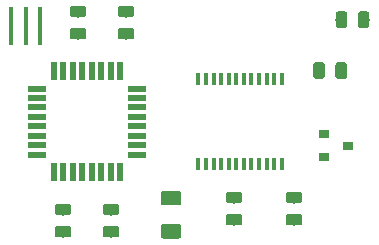
<source format=gtp>
G04 #@! TF.GenerationSoftware,KiCad,Pcbnew,5.0.2-bee76a0~70~ubuntu16.04.1*
G04 #@! TF.CreationDate,2019-07-11T08:17:53+02:00*
G04 #@! TF.ProjectId,paste_dispenser,70617374-655f-4646-9973-70656e736572,rev?*
G04 #@! TF.SameCoordinates,PX3dfd240PY3dfd240*
G04 #@! TF.FileFunction,Paste,Top*
G04 #@! TF.FilePolarity,Positive*
%FSLAX46Y46*%
G04 Gerber Fmt 4.6, Leading zero omitted, Abs format (unit mm)*
G04 Created by KiCad (PCBNEW 5.0.2-bee76a0~70~ubuntu16.04.1) date Thu 11 Jul 2019 08:17:53 AM CEST*
%MOMM*%
%LPD*%
G01*
G04 APERTURE LIST*
%ADD10R,0.400000X3.200000*%
%ADD11C,0.100000*%
%ADD12C,0.975000*%
%ADD13R,0.900000X0.800000*%
%ADD14C,1.250000*%
%ADD15R,0.400000X1.000000*%
%ADD16R,0.550000X1.600000*%
%ADD17R,1.600000X0.550000*%
G04 APERTURE END LIST*
D10*
G04 #@! TO.C,Y1*
X3891000Y27408000D03*
X2691000Y27408000D03*
X1491000Y27408000D03*
G04 #@! TD*
D11*
G04 #@! TO.C,C4*
G36*
X7616142Y27210826D02*
X7639803Y27207316D01*
X7663007Y27201504D01*
X7685529Y27193446D01*
X7707153Y27183218D01*
X7727670Y27170921D01*
X7746883Y27156671D01*
X7764607Y27140607D01*
X7780671Y27122883D01*
X7794921Y27103670D01*
X7807218Y27083153D01*
X7817446Y27061529D01*
X7825504Y27039007D01*
X7831316Y27015803D01*
X7834826Y26992142D01*
X7836000Y26968250D01*
X7836000Y26480750D01*
X7834826Y26456858D01*
X7831316Y26433197D01*
X7825504Y26409993D01*
X7817446Y26387471D01*
X7807218Y26365847D01*
X7794921Y26345330D01*
X7780671Y26326117D01*
X7764607Y26308393D01*
X7746883Y26292329D01*
X7727670Y26278079D01*
X7707153Y26265782D01*
X7685529Y26255554D01*
X7663007Y26247496D01*
X7639803Y26241684D01*
X7616142Y26238174D01*
X7592250Y26237000D01*
X6679750Y26237000D01*
X6655858Y26238174D01*
X6632197Y26241684D01*
X6608993Y26247496D01*
X6586471Y26255554D01*
X6564847Y26265782D01*
X6544330Y26278079D01*
X6525117Y26292329D01*
X6507393Y26308393D01*
X6491329Y26326117D01*
X6477079Y26345330D01*
X6464782Y26365847D01*
X6454554Y26387471D01*
X6446496Y26409993D01*
X6440684Y26433197D01*
X6437174Y26456858D01*
X6436000Y26480750D01*
X6436000Y26968250D01*
X6437174Y26992142D01*
X6440684Y27015803D01*
X6446496Y27039007D01*
X6454554Y27061529D01*
X6464782Y27083153D01*
X6477079Y27103670D01*
X6491329Y27122883D01*
X6507393Y27140607D01*
X6525117Y27156671D01*
X6544330Y27170921D01*
X6564847Y27183218D01*
X6586471Y27193446D01*
X6608993Y27201504D01*
X6632197Y27207316D01*
X6655858Y27210826D01*
X6679750Y27212000D01*
X7592250Y27212000D01*
X7616142Y27210826D01*
X7616142Y27210826D01*
G37*
D12*
X7136000Y26724500D03*
D11*
G36*
X7616142Y29085826D02*
X7639803Y29082316D01*
X7663007Y29076504D01*
X7685529Y29068446D01*
X7707153Y29058218D01*
X7727670Y29045921D01*
X7746883Y29031671D01*
X7764607Y29015607D01*
X7780671Y28997883D01*
X7794921Y28978670D01*
X7807218Y28958153D01*
X7817446Y28936529D01*
X7825504Y28914007D01*
X7831316Y28890803D01*
X7834826Y28867142D01*
X7836000Y28843250D01*
X7836000Y28355750D01*
X7834826Y28331858D01*
X7831316Y28308197D01*
X7825504Y28284993D01*
X7817446Y28262471D01*
X7807218Y28240847D01*
X7794921Y28220330D01*
X7780671Y28201117D01*
X7764607Y28183393D01*
X7746883Y28167329D01*
X7727670Y28153079D01*
X7707153Y28140782D01*
X7685529Y28130554D01*
X7663007Y28122496D01*
X7639803Y28116684D01*
X7616142Y28113174D01*
X7592250Y28112000D01*
X6679750Y28112000D01*
X6655858Y28113174D01*
X6632197Y28116684D01*
X6608993Y28122496D01*
X6586471Y28130554D01*
X6564847Y28140782D01*
X6544330Y28153079D01*
X6525117Y28167329D01*
X6507393Y28183393D01*
X6491329Y28201117D01*
X6477079Y28220330D01*
X6464782Y28240847D01*
X6454554Y28262471D01*
X6446496Y28284993D01*
X6440684Y28308197D01*
X6437174Y28331858D01*
X6436000Y28355750D01*
X6436000Y28843250D01*
X6437174Y28867142D01*
X6440684Y28890803D01*
X6446496Y28914007D01*
X6454554Y28936529D01*
X6464782Y28958153D01*
X6477079Y28978670D01*
X6491329Y28997883D01*
X6507393Y29015607D01*
X6525117Y29031671D01*
X6544330Y29045921D01*
X6564847Y29058218D01*
X6586471Y29068446D01*
X6608993Y29076504D01*
X6632197Y29082316D01*
X6655858Y29085826D01*
X6679750Y29087000D01*
X7592250Y29087000D01*
X7616142Y29085826D01*
X7616142Y29085826D01*
G37*
D12*
X7136000Y28599500D03*
G04 #@! TD*
D13*
G04 #@! TO.C,Q1*
X27980000Y18198000D03*
X27980000Y16298000D03*
X29980000Y17248000D03*
G04 #@! TD*
D11*
G04 #@! TO.C,C5*
G36*
X15659504Y13429796D02*
X15683773Y13426196D01*
X15707571Y13420235D01*
X15730671Y13411970D01*
X15752849Y13401480D01*
X15773893Y13388867D01*
X15793598Y13374253D01*
X15811777Y13357777D01*
X15828253Y13339598D01*
X15842867Y13319893D01*
X15855480Y13298849D01*
X15865970Y13276671D01*
X15874235Y13253571D01*
X15880196Y13229773D01*
X15883796Y13205504D01*
X15885000Y13181000D01*
X15885000Y12431000D01*
X15883796Y12406496D01*
X15880196Y12382227D01*
X15874235Y12358429D01*
X15865970Y12335329D01*
X15855480Y12313151D01*
X15842867Y12292107D01*
X15828253Y12272402D01*
X15811777Y12254223D01*
X15793598Y12237747D01*
X15773893Y12223133D01*
X15752849Y12210520D01*
X15730671Y12200030D01*
X15707571Y12191765D01*
X15683773Y12185804D01*
X15659504Y12182204D01*
X15635000Y12181000D01*
X14385000Y12181000D01*
X14360496Y12182204D01*
X14336227Y12185804D01*
X14312429Y12191765D01*
X14289329Y12200030D01*
X14267151Y12210520D01*
X14246107Y12223133D01*
X14226402Y12237747D01*
X14208223Y12254223D01*
X14191747Y12272402D01*
X14177133Y12292107D01*
X14164520Y12313151D01*
X14154030Y12335329D01*
X14145765Y12358429D01*
X14139804Y12382227D01*
X14136204Y12406496D01*
X14135000Y12431000D01*
X14135000Y13181000D01*
X14136204Y13205504D01*
X14139804Y13229773D01*
X14145765Y13253571D01*
X14154030Y13276671D01*
X14164520Y13298849D01*
X14177133Y13319893D01*
X14191747Y13339598D01*
X14208223Y13357777D01*
X14226402Y13374253D01*
X14246107Y13388867D01*
X14267151Y13401480D01*
X14289329Y13411970D01*
X14312429Y13420235D01*
X14336227Y13426196D01*
X14360496Y13429796D01*
X14385000Y13431000D01*
X15635000Y13431000D01*
X15659504Y13429796D01*
X15659504Y13429796D01*
G37*
D14*
X15010000Y12806000D03*
D11*
G36*
X15659504Y10629796D02*
X15683773Y10626196D01*
X15707571Y10620235D01*
X15730671Y10611970D01*
X15752849Y10601480D01*
X15773893Y10588867D01*
X15793598Y10574253D01*
X15811777Y10557777D01*
X15828253Y10539598D01*
X15842867Y10519893D01*
X15855480Y10498849D01*
X15865970Y10476671D01*
X15874235Y10453571D01*
X15880196Y10429773D01*
X15883796Y10405504D01*
X15885000Y10381000D01*
X15885000Y9631000D01*
X15883796Y9606496D01*
X15880196Y9582227D01*
X15874235Y9558429D01*
X15865970Y9535329D01*
X15855480Y9513151D01*
X15842867Y9492107D01*
X15828253Y9472402D01*
X15811777Y9454223D01*
X15793598Y9437747D01*
X15773893Y9423133D01*
X15752849Y9410520D01*
X15730671Y9400030D01*
X15707571Y9391765D01*
X15683773Y9385804D01*
X15659504Y9382204D01*
X15635000Y9381000D01*
X14385000Y9381000D01*
X14360496Y9382204D01*
X14336227Y9385804D01*
X14312429Y9391765D01*
X14289329Y9400030D01*
X14267151Y9410520D01*
X14246107Y9423133D01*
X14226402Y9437747D01*
X14208223Y9454223D01*
X14191747Y9472402D01*
X14177133Y9492107D01*
X14164520Y9513151D01*
X14154030Y9535329D01*
X14145765Y9558429D01*
X14139804Y9582227D01*
X14136204Y9606496D01*
X14135000Y9631000D01*
X14135000Y10381000D01*
X14136204Y10405504D01*
X14139804Y10429773D01*
X14145765Y10453571D01*
X14154030Y10476671D01*
X14164520Y10498849D01*
X14177133Y10519893D01*
X14191747Y10539598D01*
X14208223Y10557777D01*
X14226402Y10574253D01*
X14246107Y10588867D01*
X14267151Y10601480D01*
X14289329Y10611970D01*
X14312429Y10620235D01*
X14336227Y10626196D01*
X14360496Y10629796D01*
X14385000Y10631000D01*
X15635000Y10631000D01*
X15659504Y10629796D01*
X15659504Y10629796D01*
G37*
D14*
X15010000Y10006000D03*
G04 #@! TD*
D15*
G04 #@! TO.C,U2*
X21177000Y22855000D03*
X20527000Y22855000D03*
X21817000Y22855000D03*
X22457000Y22855000D03*
X23097000Y22855000D03*
X23737000Y22855000D03*
X24377000Y22855000D03*
X19887000Y22855000D03*
X19247000Y22855000D03*
X18607000Y22855000D03*
X17967000Y22855000D03*
X17327000Y22855000D03*
X21177000Y15705000D03*
X21817000Y15705000D03*
X22457000Y15705000D03*
X23097000Y15705000D03*
X23737000Y15705000D03*
X24377000Y15705000D03*
X20527000Y15705000D03*
X19887000Y15705000D03*
X19247000Y15705000D03*
X18607000Y15705000D03*
X17967000Y15705000D03*
X17327000Y15705000D03*
G04 #@! TD*
D11*
G04 #@! TO.C,C6*
G36*
X20824142Y13337826D02*
X20847803Y13334316D01*
X20871007Y13328504D01*
X20893529Y13320446D01*
X20915153Y13310218D01*
X20935670Y13297921D01*
X20954883Y13283671D01*
X20972607Y13267607D01*
X20988671Y13249883D01*
X21002921Y13230670D01*
X21015218Y13210153D01*
X21025446Y13188529D01*
X21033504Y13166007D01*
X21039316Y13142803D01*
X21042826Y13119142D01*
X21044000Y13095250D01*
X21044000Y12607750D01*
X21042826Y12583858D01*
X21039316Y12560197D01*
X21033504Y12536993D01*
X21025446Y12514471D01*
X21015218Y12492847D01*
X21002921Y12472330D01*
X20988671Y12453117D01*
X20972607Y12435393D01*
X20954883Y12419329D01*
X20935670Y12405079D01*
X20915153Y12392782D01*
X20893529Y12382554D01*
X20871007Y12374496D01*
X20847803Y12368684D01*
X20824142Y12365174D01*
X20800250Y12364000D01*
X19887750Y12364000D01*
X19863858Y12365174D01*
X19840197Y12368684D01*
X19816993Y12374496D01*
X19794471Y12382554D01*
X19772847Y12392782D01*
X19752330Y12405079D01*
X19733117Y12419329D01*
X19715393Y12435393D01*
X19699329Y12453117D01*
X19685079Y12472330D01*
X19672782Y12492847D01*
X19662554Y12514471D01*
X19654496Y12536993D01*
X19648684Y12560197D01*
X19645174Y12583858D01*
X19644000Y12607750D01*
X19644000Y13095250D01*
X19645174Y13119142D01*
X19648684Y13142803D01*
X19654496Y13166007D01*
X19662554Y13188529D01*
X19672782Y13210153D01*
X19685079Y13230670D01*
X19699329Y13249883D01*
X19715393Y13267607D01*
X19733117Y13283671D01*
X19752330Y13297921D01*
X19772847Y13310218D01*
X19794471Y13320446D01*
X19816993Y13328504D01*
X19840197Y13334316D01*
X19863858Y13337826D01*
X19887750Y13339000D01*
X20800250Y13339000D01*
X20824142Y13337826D01*
X20824142Y13337826D01*
G37*
D12*
X20344000Y12851500D03*
D11*
G36*
X20824142Y11462826D02*
X20847803Y11459316D01*
X20871007Y11453504D01*
X20893529Y11445446D01*
X20915153Y11435218D01*
X20935670Y11422921D01*
X20954883Y11408671D01*
X20972607Y11392607D01*
X20988671Y11374883D01*
X21002921Y11355670D01*
X21015218Y11335153D01*
X21025446Y11313529D01*
X21033504Y11291007D01*
X21039316Y11267803D01*
X21042826Y11244142D01*
X21044000Y11220250D01*
X21044000Y10732750D01*
X21042826Y10708858D01*
X21039316Y10685197D01*
X21033504Y10661993D01*
X21025446Y10639471D01*
X21015218Y10617847D01*
X21002921Y10597330D01*
X20988671Y10578117D01*
X20972607Y10560393D01*
X20954883Y10544329D01*
X20935670Y10530079D01*
X20915153Y10517782D01*
X20893529Y10507554D01*
X20871007Y10499496D01*
X20847803Y10493684D01*
X20824142Y10490174D01*
X20800250Y10489000D01*
X19887750Y10489000D01*
X19863858Y10490174D01*
X19840197Y10493684D01*
X19816993Y10499496D01*
X19794471Y10507554D01*
X19772847Y10517782D01*
X19752330Y10530079D01*
X19733117Y10544329D01*
X19715393Y10560393D01*
X19699329Y10578117D01*
X19685079Y10597330D01*
X19672782Y10617847D01*
X19662554Y10639471D01*
X19654496Y10661993D01*
X19648684Y10685197D01*
X19645174Y10708858D01*
X19644000Y10732750D01*
X19644000Y11220250D01*
X19645174Y11244142D01*
X19648684Y11267803D01*
X19654496Y11291007D01*
X19662554Y11313529D01*
X19672782Y11335153D01*
X19685079Y11355670D01*
X19699329Y11374883D01*
X19715393Y11392607D01*
X19733117Y11408671D01*
X19752330Y11422921D01*
X19772847Y11435218D01*
X19794471Y11445446D01*
X19816993Y11453504D01*
X19840197Y11459316D01*
X19863858Y11462826D01*
X19887750Y11464000D01*
X20800250Y11464000D01*
X20824142Y11462826D01*
X20824142Y11462826D01*
G37*
D12*
X20344000Y10976500D03*
G04 #@! TD*
D11*
G04 #@! TO.C,C3*
G36*
X6346142Y12321826D02*
X6369803Y12318316D01*
X6393007Y12312504D01*
X6415529Y12304446D01*
X6437153Y12294218D01*
X6457670Y12281921D01*
X6476883Y12267671D01*
X6494607Y12251607D01*
X6510671Y12233883D01*
X6524921Y12214670D01*
X6537218Y12194153D01*
X6547446Y12172529D01*
X6555504Y12150007D01*
X6561316Y12126803D01*
X6564826Y12103142D01*
X6566000Y12079250D01*
X6566000Y11591750D01*
X6564826Y11567858D01*
X6561316Y11544197D01*
X6555504Y11520993D01*
X6547446Y11498471D01*
X6537218Y11476847D01*
X6524921Y11456330D01*
X6510671Y11437117D01*
X6494607Y11419393D01*
X6476883Y11403329D01*
X6457670Y11389079D01*
X6437153Y11376782D01*
X6415529Y11366554D01*
X6393007Y11358496D01*
X6369803Y11352684D01*
X6346142Y11349174D01*
X6322250Y11348000D01*
X5409750Y11348000D01*
X5385858Y11349174D01*
X5362197Y11352684D01*
X5338993Y11358496D01*
X5316471Y11366554D01*
X5294847Y11376782D01*
X5274330Y11389079D01*
X5255117Y11403329D01*
X5237393Y11419393D01*
X5221329Y11437117D01*
X5207079Y11456330D01*
X5194782Y11476847D01*
X5184554Y11498471D01*
X5176496Y11520993D01*
X5170684Y11544197D01*
X5167174Y11567858D01*
X5166000Y11591750D01*
X5166000Y12079250D01*
X5167174Y12103142D01*
X5170684Y12126803D01*
X5176496Y12150007D01*
X5184554Y12172529D01*
X5194782Y12194153D01*
X5207079Y12214670D01*
X5221329Y12233883D01*
X5237393Y12251607D01*
X5255117Y12267671D01*
X5274330Y12281921D01*
X5294847Y12294218D01*
X5316471Y12304446D01*
X5338993Y12312504D01*
X5362197Y12318316D01*
X5385858Y12321826D01*
X5409750Y12323000D01*
X6322250Y12323000D01*
X6346142Y12321826D01*
X6346142Y12321826D01*
G37*
D12*
X5866000Y11835500D03*
D11*
G36*
X6346142Y10446826D02*
X6369803Y10443316D01*
X6393007Y10437504D01*
X6415529Y10429446D01*
X6437153Y10419218D01*
X6457670Y10406921D01*
X6476883Y10392671D01*
X6494607Y10376607D01*
X6510671Y10358883D01*
X6524921Y10339670D01*
X6537218Y10319153D01*
X6547446Y10297529D01*
X6555504Y10275007D01*
X6561316Y10251803D01*
X6564826Y10228142D01*
X6566000Y10204250D01*
X6566000Y9716750D01*
X6564826Y9692858D01*
X6561316Y9669197D01*
X6555504Y9645993D01*
X6547446Y9623471D01*
X6537218Y9601847D01*
X6524921Y9581330D01*
X6510671Y9562117D01*
X6494607Y9544393D01*
X6476883Y9528329D01*
X6457670Y9514079D01*
X6437153Y9501782D01*
X6415529Y9491554D01*
X6393007Y9483496D01*
X6369803Y9477684D01*
X6346142Y9474174D01*
X6322250Y9473000D01*
X5409750Y9473000D01*
X5385858Y9474174D01*
X5362197Y9477684D01*
X5338993Y9483496D01*
X5316471Y9491554D01*
X5294847Y9501782D01*
X5274330Y9514079D01*
X5255117Y9528329D01*
X5237393Y9544393D01*
X5221329Y9562117D01*
X5207079Y9581330D01*
X5194782Y9601847D01*
X5184554Y9623471D01*
X5176496Y9645993D01*
X5170684Y9669197D01*
X5167174Y9692858D01*
X5166000Y9716750D01*
X5166000Y10204250D01*
X5167174Y10228142D01*
X5170684Y10251803D01*
X5176496Y10275007D01*
X5184554Y10297529D01*
X5194782Y10319153D01*
X5207079Y10339670D01*
X5221329Y10358883D01*
X5237393Y10376607D01*
X5255117Y10392671D01*
X5274330Y10406921D01*
X5294847Y10419218D01*
X5316471Y10429446D01*
X5338993Y10437504D01*
X5362197Y10443316D01*
X5385858Y10446826D01*
X5409750Y10448000D01*
X6322250Y10448000D01*
X6346142Y10446826D01*
X6346142Y10446826D01*
G37*
D12*
X5866000Y9960500D03*
G04 #@! TD*
D16*
G04 #@! TO.C,U1*
X10698000Y23530000D03*
X9898000Y23530000D03*
X9098000Y23530000D03*
X8298000Y23530000D03*
X7498000Y23530000D03*
X6698000Y23530000D03*
X5898000Y23530000D03*
X5098000Y23530000D03*
D17*
X3648000Y22080000D03*
X3648000Y21280000D03*
X3648000Y20480000D03*
X3648000Y19680000D03*
X3648000Y18880000D03*
X3648000Y18080000D03*
X3648000Y17280000D03*
X3648000Y16480000D03*
D16*
X5098000Y15030000D03*
X5898000Y15030000D03*
X6698000Y15030000D03*
X7498000Y15030000D03*
X8298000Y15030000D03*
X9098000Y15030000D03*
X9898000Y15030000D03*
X10698000Y15030000D03*
D17*
X12148000Y16480000D03*
X12148000Y17280000D03*
X12148000Y18080000D03*
X12148000Y18880000D03*
X12148000Y19680000D03*
X12148000Y20480000D03*
X12148000Y21280000D03*
X12148000Y22080000D03*
G04 #@! TD*
D11*
G04 #@! TO.C,D1*
G36*
X31582142Y28614826D02*
X31605803Y28611316D01*
X31629007Y28605504D01*
X31651529Y28597446D01*
X31673153Y28587218D01*
X31693670Y28574921D01*
X31712883Y28560671D01*
X31730607Y28544607D01*
X31746671Y28526883D01*
X31760921Y28507670D01*
X31773218Y28487153D01*
X31783446Y28465529D01*
X31791504Y28443007D01*
X31797316Y28419803D01*
X31800826Y28396142D01*
X31802000Y28372250D01*
X31802000Y27459750D01*
X31800826Y27435858D01*
X31797316Y27412197D01*
X31791504Y27388993D01*
X31783446Y27366471D01*
X31773218Y27344847D01*
X31760921Y27324330D01*
X31746671Y27305117D01*
X31730607Y27287393D01*
X31712883Y27271329D01*
X31693670Y27257079D01*
X31673153Y27244782D01*
X31651529Y27234554D01*
X31629007Y27226496D01*
X31605803Y27220684D01*
X31582142Y27217174D01*
X31558250Y27216000D01*
X31070750Y27216000D01*
X31046858Y27217174D01*
X31023197Y27220684D01*
X30999993Y27226496D01*
X30977471Y27234554D01*
X30955847Y27244782D01*
X30935330Y27257079D01*
X30916117Y27271329D01*
X30898393Y27287393D01*
X30882329Y27305117D01*
X30868079Y27324330D01*
X30855782Y27344847D01*
X30845554Y27366471D01*
X30837496Y27388993D01*
X30831684Y27412197D01*
X30828174Y27435858D01*
X30827000Y27459750D01*
X30827000Y28372250D01*
X30828174Y28396142D01*
X30831684Y28419803D01*
X30837496Y28443007D01*
X30845554Y28465529D01*
X30855782Y28487153D01*
X30868079Y28507670D01*
X30882329Y28526883D01*
X30898393Y28544607D01*
X30916117Y28560671D01*
X30935330Y28574921D01*
X30955847Y28587218D01*
X30977471Y28597446D01*
X30999993Y28605504D01*
X31023197Y28611316D01*
X31046858Y28614826D01*
X31070750Y28616000D01*
X31558250Y28616000D01*
X31582142Y28614826D01*
X31582142Y28614826D01*
G37*
D12*
X31314500Y27916000D03*
D11*
G36*
X29707142Y28614826D02*
X29730803Y28611316D01*
X29754007Y28605504D01*
X29776529Y28597446D01*
X29798153Y28587218D01*
X29818670Y28574921D01*
X29837883Y28560671D01*
X29855607Y28544607D01*
X29871671Y28526883D01*
X29885921Y28507670D01*
X29898218Y28487153D01*
X29908446Y28465529D01*
X29916504Y28443007D01*
X29922316Y28419803D01*
X29925826Y28396142D01*
X29927000Y28372250D01*
X29927000Y27459750D01*
X29925826Y27435858D01*
X29922316Y27412197D01*
X29916504Y27388993D01*
X29908446Y27366471D01*
X29898218Y27344847D01*
X29885921Y27324330D01*
X29871671Y27305117D01*
X29855607Y27287393D01*
X29837883Y27271329D01*
X29818670Y27257079D01*
X29798153Y27244782D01*
X29776529Y27234554D01*
X29754007Y27226496D01*
X29730803Y27220684D01*
X29707142Y27217174D01*
X29683250Y27216000D01*
X29195750Y27216000D01*
X29171858Y27217174D01*
X29148197Y27220684D01*
X29124993Y27226496D01*
X29102471Y27234554D01*
X29080847Y27244782D01*
X29060330Y27257079D01*
X29041117Y27271329D01*
X29023393Y27287393D01*
X29007329Y27305117D01*
X28993079Y27324330D01*
X28980782Y27344847D01*
X28970554Y27366471D01*
X28962496Y27388993D01*
X28956684Y27412197D01*
X28953174Y27435858D01*
X28952000Y27459750D01*
X28952000Y28372250D01*
X28953174Y28396142D01*
X28956684Y28419803D01*
X28962496Y28443007D01*
X28970554Y28465529D01*
X28980782Y28487153D01*
X28993079Y28507670D01*
X29007329Y28526883D01*
X29023393Y28544607D01*
X29041117Y28560671D01*
X29060330Y28574921D01*
X29080847Y28587218D01*
X29102471Y28597446D01*
X29124993Y28605504D01*
X29148197Y28611316D01*
X29171858Y28614826D01*
X29195750Y28616000D01*
X29683250Y28616000D01*
X29707142Y28614826D01*
X29707142Y28614826D01*
G37*
D12*
X29439500Y27916000D03*
G04 #@! TD*
D11*
G04 #@! TO.C,C1*
G36*
X10410142Y12321826D02*
X10433803Y12318316D01*
X10457007Y12312504D01*
X10479529Y12304446D01*
X10501153Y12294218D01*
X10521670Y12281921D01*
X10540883Y12267671D01*
X10558607Y12251607D01*
X10574671Y12233883D01*
X10588921Y12214670D01*
X10601218Y12194153D01*
X10611446Y12172529D01*
X10619504Y12150007D01*
X10625316Y12126803D01*
X10628826Y12103142D01*
X10630000Y12079250D01*
X10630000Y11591750D01*
X10628826Y11567858D01*
X10625316Y11544197D01*
X10619504Y11520993D01*
X10611446Y11498471D01*
X10601218Y11476847D01*
X10588921Y11456330D01*
X10574671Y11437117D01*
X10558607Y11419393D01*
X10540883Y11403329D01*
X10521670Y11389079D01*
X10501153Y11376782D01*
X10479529Y11366554D01*
X10457007Y11358496D01*
X10433803Y11352684D01*
X10410142Y11349174D01*
X10386250Y11348000D01*
X9473750Y11348000D01*
X9449858Y11349174D01*
X9426197Y11352684D01*
X9402993Y11358496D01*
X9380471Y11366554D01*
X9358847Y11376782D01*
X9338330Y11389079D01*
X9319117Y11403329D01*
X9301393Y11419393D01*
X9285329Y11437117D01*
X9271079Y11456330D01*
X9258782Y11476847D01*
X9248554Y11498471D01*
X9240496Y11520993D01*
X9234684Y11544197D01*
X9231174Y11567858D01*
X9230000Y11591750D01*
X9230000Y12079250D01*
X9231174Y12103142D01*
X9234684Y12126803D01*
X9240496Y12150007D01*
X9248554Y12172529D01*
X9258782Y12194153D01*
X9271079Y12214670D01*
X9285329Y12233883D01*
X9301393Y12251607D01*
X9319117Y12267671D01*
X9338330Y12281921D01*
X9358847Y12294218D01*
X9380471Y12304446D01*
X9402993Y12312504D01*
X9426197Y12318316D01*
X9449858Y12321826D01*
X9473750Y12323000D01*
X10386250Y12323000D01*
X10410142Y12321826D01*
X10410142Y12321826D01*
G37*
D12*
X9930000Y11835500D03*
D11*
G36*
X10410142Y10446826D02*
X10433803Y10443316D01*
X10457007Y10437504D01*
X10479529Y10429446D01*
X10501153Y10419218D01*
X10521670Y10406921D01*
X10540883Y10392671D01*
X10558607Y10376607D01*
X10574671Y10358883D01*
X10588921Y10339670D01*
X10601218Y10319153D01*
X10611446Y10297529D01*
X10619504Y10275007D01*
X10625316Y10251803D01*
X10628826Y10228142D01*
X10630000Y10204250D01*
X10630000Y9716750D01*
X10628826Y9692858D01*
X10625316Y9669197D01*
X10619504Y9645993D01*
X10611446Y9623471D01*
X10601218Y9601847D01*
X10588921Y9581330D01*
X10574671Y9562117D01*
X10558607Y9544393D01*
X10540883Y9528329D01*
X10521670Y9514079D01*
X10501153Y9501782D01*
X10479529Y9491554D01*
X10457007Y9483496D01*
X10433803Y9477684D01*
X10410142Y9474174D01*
X10386250Y9473000D01*
X9473750Y9473000D01*
X9449858Y9474174D01*
X9426197Y9477684D01*
X9402993Y9483496D01*
X9380471Y9491554D01*
X9358847Y9501782D01*
X9338330Y9514079D01*
X9319117Y9528329D01*
X9301393Y9544393D01*
X9285329Y9562117D01*
X9271079Y9581330D01*
X9258782Y9601847D01*
X9248554Y9623471D01*
X9240496Y9645993D01*
X9234684Y9669197D01*
X9231174Y9692858D01*
X9230000Y9716750D01*
X9230000Y10204250D01*
X9231174Y10228142D01*
X9234684Y10251803D01*
X9240496Y10275007D01*
X9248554Y10297529D01*
X9258782Y10319153D01*
X9271079Y10339670D01*
X9285329Y10358883D01*
X9301393Y10376607D01*
X9319117Y10392671D01*
X9338330Y10406921D01*
X9358847Y10419218D01*
X9380471Y10429446D01*
X9402993Y10437504D01*
X9426197Y10443316D01*
X9449858Y10446826D01*
X9473750Y10448000D01*
X10386250Y10448000D01*
X10410142Y10446826D01*
X10410142Y10446826D01*
G37*
D12*
X9930000Y9960500D03*
G04 #@! TD*
D11*
G04 #@! TO.C,C2*
G36*
X11680142Y27210826D02*
X11703803Y27207316D01*
X11727007Y27201504D01*
X11749529Y27193446D01*
X11771153Y27183218D01*
X11791670Y27170921D01*
X11810883Y27156671D01*
X11828607Y27140607D01*
X11844671Y27122883D01*
X11858921Y27103670D01*
X11871218Y27083153D01*
X11881446Y27061529D01*
X11889504Y27039007D01*
X11895316Y27015803D01*
X11898826Y26992142D01*
X11900000Y26968250D01*
X11900000Y26480750D01*
X11898826Y26456858D01*
X11895316Y26433197D01*
X11889504Y26409993D01*
X11881446Y26387471D01*
X11871218Y26365847D01*
X11858921Y26345330D01*
X11844671Y26326117D01*
X11828607Y26308393D01*
X11810883Y26292329D01*
X11791670Y26278079D01*
X11771153Y26265782D01*
X11749529Y26255554D01*
X11727007Y26247496D01*
X11703803Y26241684D01*
X11680142Y26238174D01*
X11656250Y26237000D01*
X10743750Y26237000D01*
X10719858Y26238174D01*
X10696197Y26241684D01*
X10672993Y26247496D01*
X10650471Y26255554D01*
X10628847Y26265782D01*
X10608330Y26278079D01*
X10589117Y26292329D01*
X10571393Y26308393D01*
X10555329Y26326117D01*
X10541079Y26345330D01*
X10528782Y26365847D01*
X10518554Y26387471D01*
X10510496Y26409993D01*
X10504684Y26433197D01*
X10501174Y26456858D01*
X10500000Y26480750D01*
X10500000Y26968250D01*
X10501174Y26992142D01*
X10504684Y27015803D01*
X10510496Y27039007D01*
X10518554Y27061529D01*
X10528782Y27083153D01*
X10541079Y27103670D01*
X10555329Y27122883D01*
X10571393Y27140607D01*
X10589117Y27156671D01*
X10608330Y27170921D01*
X10628847Y27183218D01*
X10650471Y27193446D01*
X10672993Y27201504D01*
X10696197Y27207316D01*
X10719858Y27210826D01*
X10743750Y27212000D01*
X11656250Y27212000D01*
X11680142Y27210826D01*
X11680142Y27210826D01*
G37*
D12*
X11200000Y26724500D03*
D11*
G36*
X11680142Y29085826D02*
X11703803Y29082316D01*
X11727007Y29076504D01*
X11749529Y29068446D01*
X11771153Y29058218D01*
X11791670Y29045921D01*
X11810883Y29031671D01*
X11828607Y29015607D01*
X11844671Y28997883D01*
X11858921Y28978670D01*
X11871218Y28958153D01*
X11881446Y28936529D01*
X11889504Y28914007D01*
X11895316Y28890803D01*
X11898826Y28867142D01*
X11900000Y28843250D01*
X11900000Y28355750D01*
X11898826Y28331858D01*
X11895316Y28308197D01*
X11889504Y28284993D01*
X11881446Y28262471D01*
X11871218Y28240847D01*
X11858921Y28220330D01*
X11844671Y28201117D01*
X11828607Y28183393D01*
X11810883Y28167329D01*
X11791670Y28153079D01*
X11771153Y28140782D01*
X11749529Y28130554D01*
X11727007Y28122496D01*
X11703803Y28116684D01*
X11680142Y28113174D01*
X11656250Y28112000D01*
X10743750Y28112000D01*
X10719858Y28113174D01*
X10696197Y28116684D01*
X10672993Y28122496D01*
X10650471Y28130554D01*
X10628847Y28140782D01*
X10608330Y28153079D01*
X10589117Y28167329D01*
X10571393Y28183393D01*
X10555329Y28201117D01*
X10541079Y28220330D01*
X10528782Y28240847D01*
X10518554Y28262471D01*
X10510496Y28284993D01*
X10504684Y28308197D01*
X10501174Y28331858D01*
X10500000Y28355750D01*
X10500000Y28843250D01*
X10501174Y28867142D01*
X10504684Y28890803D01*
X10510496Y28914007D01*
X10518554Y28936529D01*
X10528782Y28958153D01*
X10541079Y28978670D01*
X10555329Y28997883D01*
X10571393Y29015607D01*
X10589117Y29031671D01*
X10608330Y29045921D01*
X10628847Y29058218D01*
X10650471Y29068446D01*
X10672993Y29076504D01*
X10696197Y29082316D01*
X10719858Y29085826D01*
X10743750Y29087000D01*
X11656250Y29087000D01*
X11680142Y29085826D01*
X11680142Y29085826D01*
G37*
D12*
X11200000Y28599500D03*
G04 #@! TD*
D11*
G04 #@! TO.C,R1*
G36*
X25904142Y11462826D02*
X25927803Y11459316D01*
X25951007Y11453504D01*
X25973529Y11445446D01*
X25995153Y11435218D01*
X26015670Y11422921D01*
X26034883Y11408671D01*
X26052607Y11392607D01*
X26068671Y11374883D01*
X26082921Y11355670D01*
X26095218Y11335153D01*
X26105446Y11313529D01*
X26113504Y11291007D01*
X26119316Y11267803D01*
X26122826Y11244142D01*
X26124000Y11220250D01*
X26124000Y10732750D01*
X26122826Y10708858D01*
X26119316Y10685197D01*
X26113504Y10661993D01*
X26105446Y10639471D01*
X26095218Y10617847D01*
X26082921Y10597330D01*
X26068671Y10578117D01*
X26052607Y10560393D01*
X26034883Y10544329D01*
X26015670Y10530079D01*
X25995153Y10517782D01*
X25973529Y10507554D01*
X25951007Y10499496D01*
X25927803Y10493684D01*
X25904142Y10490174D01*
X25880250Y10489000D01*
X24967750Y10489000D01*
X24943858Y10490174D01*
X24920197Y10493684D01*
X24896993Y10499496D01*
X24874471Y10507554D01*
X24852847Y10517782D01*
X24832330Y10530079D01*
X24813117Y10544329D01*
X24795393Y10560393D01*
X24779329Y10578117D01*
X24765079Y10597330D01*
X24752782Y10617847D01*
X24742554Y10639471D01*
X24734496Y10661993D01*
X24728684Y10685197D01*
X24725174Y10708858D01*
X24724000Y10732750D01*
X24724000Y11220250D01*
X24725174Y11244142D01*
X24728684Y11267803D01*
X24734496Y11291007D01*
X24742554Y11313529D01*
X24752782Y11335153D01*
X24765079Y11355670D01*
X24779329Y11374883D01*
X24795393Y11392607D01*
X24813117Y11408671D01*
X24832330Y11422921D01*
X24852847Y11435218D01*
X24874471Y11445446D01*
X24896993Y11453504D01*
X24920197Y11459316D01*
X24943858Y11462826D01*
X24967750Y11464000D01*
X25880250Y11464000D01*
X25904142Y11462826D01*
X25904142Y11462826D01*
G37*
D12*
X25424000Y10976500D03*
D11*
G36*
X25904142Y13337826D02*
X25927803Y13334316D01*
X25951007Y13328504D01*
X25973529Y13320446D01*
X25995153Y13310218D01*
X26015670Y13297921D01*
X26034883Y13283671D01*
X26052607Y13267607D01*
X26068671Y13249883D01*
X26082921Y13230670D01*
X26095218Y13210153D01*
X26105446Y13188529D01*
X26113504Y13166007D01*
X26119316Y13142803D01*
X26122826Y13119142D01*
X26124000Y13095250D01*
X26124000Y12607750D01*
X26122826Y12583858D01*
X26119316Y12560197D01*
X26113504Y12536993D01*
X26105446Y12514471D01*
X26095218Y12492847D01*
X26082921Y12472330D01*
X26068671Y12453117D01*
X26052607Y12435393D01*
X26034883Y12419329D01*
X26015670Y12405079D01*
X25995153Y12392782D01*
X25973529Y12382554D01*
X25951007Y12374496D01*
X25927803Y12368684D01*
X25904142Y12365174D01*
X25880250Y12364000D01*
X24967750Y12364000D01*
X24943858Y12365174D01*
X24920197Y12368684D01*
X24896993Y12374496D01*
X24874471Y12382554D01*
X24852847Y12392782D01*
X24832330Y12405079D01*
X24813117Y12419329D01*
X24795393Y12435393D01*
X24779329Y12453117D01*
X24765079Y12472330D01*
X24752782Y12492847D01*
X24742554Y12514471D01*
X24734496Y12536993D01*
X24728684Y12560197D01*
X24725174Y12583858D01*
X24724000Y12607750D01*
X24724000Y13095250D01*
X24725174Y13119142D01*
X24728684Y13142803D01*
X24734496Y13166007D01*
X24742554Y13188529D01*
X24752782Y13210153D01*
X24765079Y13230670D01*
X24779329Y13249883D01*
X24795393Y13267607D01*
X24813117Y13283671D01*
X24832330Y13297921D01*
X24852847Y13310218D01*
X24874471Y13320446D01*
X24896993Y13328504D01*
X24920197Y13334316D01*
X24943858Y13337826D01*
X24967750Y13339000D01*
X25880250Y13339000D01*
X25904142Y13337826D01*
X25904142Y13337826D01*
G37*
D12*
X25424000Y12851500D03*
G04 #@! TD*
D11*
G04 #@! TO.C,R2*
G36*
X27802142Y24296826D02*
X27825803Y24293316D01*
X27849007Y24287504D01*
X27871529Y24279446D01*
X27893153Y24269218D01*
X27913670Y24256921D01*
X27932883Y24242671D01*
X27950607Y24226607D01*
X27966671Y24208883D01*
X27980921Y24189670D01*
X27993218Y24169153D01*
X28003446Y24147529D01*
X28011504Y24125007D01*
X28017316Y24101803D01*
X28020826Y24078142D01*
X28022000Y24054250D01*
X28022000Y23141750D01*
X28020826Y23117858D01*
X28017316Y23094197D01*
X28011504Y23070993D01*
X28003446Y23048471D01*
X27993218Y23026847D01*
X27980921Y23006330D01*
X27966671Y22987117D01*
X27950607Y22969393D01*
X27932883Y22953329D01*
X27913670Y22939079D01*
X27893153Y22926782D01*
X27871529Y22916554D01*
X27849007Y22908496D01*
X27825803Y22902684D01*
X27802142Y22899174D01*
X27778250Y22898000D01*
X27290750Y22898000D01*
X27266858Y22899174D01*
X27243197Y22902684D01*
X27219993Y22908496D01*
X27197471Y22916554D01*
X27175847Y22926782D01*
X27155330Y22939079D01*
X27136117Y22953329D01*
X27118393Y22969393D01*
X27102329Y22987117D01*
X27088079Y23006330D01*
X27075782Y23026847D01*
X27065554Y23048471D01*
X27057496Y23070993D01*
X27051684Y23094197D01*
X27048174Y23117858D01*
X27047000Y23141750D01*
X27047000Y24054250D01*
X27048174Y24078142D01*
X27051684Y24101803D01*
X27057496Y24125007D01*
X27065554Y24147529D01*
X27075782Y24169153D01*
X27088079Y24189670D01*
X27102329Y24208883D01*
X27118393Y24226607D01*
X27136117Y24242671D01*
X27155330Y24256921D01*
X27175847Y24269218D01*
X27197471Y24279446D01*
X27219993Y24287504D01*
X27243197Y24293316D01*
X27266858Y24296826D01*
X27290750Y24298000D01*
X27778250Y24298000D01*
X27802142Y24296826D01*
X27802142Y24296826D01*
G37*
D12*
X27534500Y23598000D03*
D11*
G36*
X29677142Y24296826D02*
X29700803Y24293316D01*
X29724007Y24287504D01*
X29746529Y24279446D01*
X29768153Y24269218D01*
X29788670Y24256921D01*
X29807883Y24242671D01*
X29825607Y24226607D01*
X29841671Y24208883D01*
X29855921Y24189670D01*
X29868218Y24169153D01*
X29878446Y24147529D01*
X29886504Y24125007D01*
X29892316Y24101803D01*
X29895826Y24078142D01*
X29897000Y24054250D01*
X29897000Y23141750D01*
X29895826Y23117858D01*
X29892316Y23094197D01*
X29886504Y23070993D01*
X29878446Y23048471D01*
X29868218Y23026847D01*
X29855921Y23006330D01*
X29841671Y22987117D01*
X29825607Y22969393D01*
X29807883Y22953329D01*
X29788670Y22939079D01*
X29768153Y22926782D01*
X29746529Y22916554D01*
X29724007Y22908496D01*
X29700803Y22902684D01*
X29677142Y22899174D01*
X29653250Y22898000D01*
X29165750Y22898000D01*
X29141858Y22899174D01*
X29118197Y22902684D01*
X29094993Y22908496D01*
X29072471Y22916554D01*
X29050847Y22926782D01*
X29030330Y22939079D01*
X29011117Y22953329D01*
X28993393Y22969393D01*
X28977329Y22987117D01*
X28963079Y23006330D01*
X28950782Y23026847D01*
X28940554Y23048471D01*
X28932496Y23070993D01*
X28926684Y23094197D01*
X28923174Y23117858D01*
X28922000Y23141750D01*
X28922000Y24054250D01*
X28923174Y24078142D01*
X28926684Y24101803D01*
X28932496Y24125007D01*
X28940554Y24147529D01*
X28950782Y24169153D01*
X28963079Y24189670D01*
X28977329Y24208883D01*
X28993393Y24226607D01*
X29011117Y24242671D01*
X29030330Y24256921D01*
X29050847Y24269218D01*
X29072471Y24279446D01*
X29094993Y24287504D01*
X29118197Y24293316D01*
X29141858Y24296826D01*
X29165750Y24298000D01*
X29653250Y24298000D01*
X29677142Y24296826D01*
X29677142Y24296826D01*
G37*
D12*
X29409500Y23598000D03*
G04 #@! TD*
M02*

</source>
